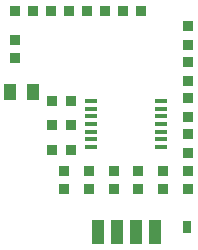
<source format=gtp>
%TF.GenerationSoftware,KiCad,Pcbnew,(5.1.2-1)-1*%
%TF.CreationDate,2020-09-09T12:05:02+02:00*%
%TF.ProjectId,N64 RGB AMP v1,4e363420-5247-4422-9041-4d502076312e,2.21*%
%TF.SameCoordinates,Original*%
%TF.FileFunction,Paste,Top*%
%TF.FilePolarity,Positive*%
%FSLAX46Y46*%
G04 Gerber Fmt 4.6, Leading zero omitted, Abs format (unit mm)*
G04 Created by KiCad (PCBNEW (5.1.2-1)-1) date 2020-09-09 12:05:02*
%MOMM*%
%LPD*%
G04 APERTURE LIST*
%ADD10R,0.750000X1.000000*%
%ADD11R,1.000000X0.400000*%
%ADD12R,1.050000X2.100000*%
%ADD13R,0.950000X0.875000*%
%ADD14R,0.975000X1.400000*%
%ADD15R,0.875000X0.950000*%
G04 APERTURE END LIST*
D10*
X137375000Y-165557500D03*
D11*
X135195000Y-154845000D03*
X135195000Y-155495000D03*
X135195000Y-156145000D03*
X135195000Y-156795000D03*
X135195000Y-157445000D03*
X135195000Y-158095000D03*
X135195000Y-158745000D03*
X129295000Y-158745000D03*
X129295000Y-158095000D03*
X129295000Y-157445000D03*
X129295000Y-156795000D03*
X129295000Y-156145000D03*
X129295000Y-155495000D03*
X129295000Y-154845000D03*
D12*
X131465000Y-165915000D03*
X129865000Y-165915000D03*
X134665000Y-165915000D03*
X133065000Y-165915000D03*
D13*
X137482300Y-160739800D03*
X137482300Y-162314800D03*
X137482300Y-159264800D03*
X137482300Y-157689800D03*
X137482300Y-154639800D03*
X137482300Y-156214800D03*
X137482300Y-153164800D03*
X137482300Y-151589800D03*
X137482300Y-148539800D03*
X137482300Y-150114800D03*
D14*
X122470000Y-154071000D03*
X124345000Y-154071000D03*
D15*
X131985200Y-147242300D03*
X133560200Y-147242300D03*
X125885200Y-147242300D03*
X127460200Y-147242300D03*
X124410200Y-147242300D03*
X122835200Y-147242300D03*
X130510200Y-147242300D03*
X128935200Y-147242300D03*
D13*
X127032300Y-162314800D03*
X127032300Y-160739800D03*
X129122300Y-160739800D03*
X129122300Y-162314800D03*
X131212300Y-162314800D03*
X131212300Y-160739800D03*
X133302300Y-160739800D03*
X133302300Y-162314800D03*
X135392300Y-162314800D03*
X135392300Y-160739800D03*
D15*
X126005200Y-154832300D03*
X127580200Y-154832300D03*
X127580200Y-156922300D03*
X126005200Y-156922300D03*
X126005200Y-159012300D03*
X127580200Y-159012300D03*
D13*
X122837300Y-149674800D03*
X122837300Y-151249800D03*
M02*

</source>
